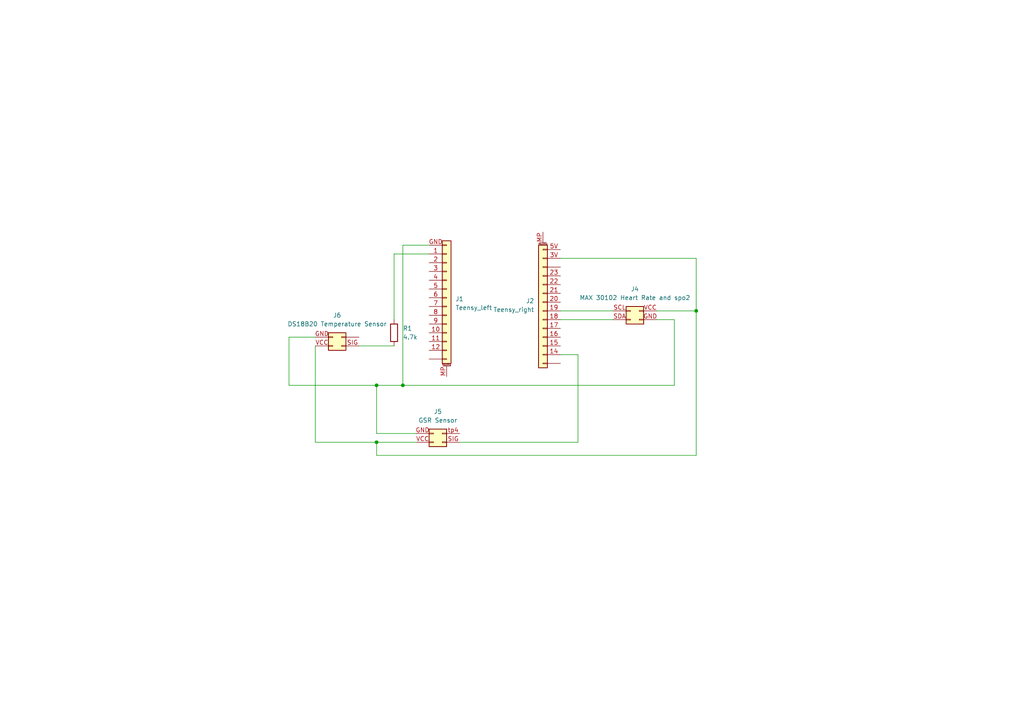
<source format=kicad_sch>
(kicad_sch
	(version 20231120)
	(generator "eeschema")
	(generator_version "8.0")
	(uuid "37db403f-cb43-4137-9a15-ef02ea5e14eb")
	(paper "A4")
	(lib_symbols
		(symbol "Conn_01x14_MountingPin_1"
			(pin_names
				(offset 1.016) hide)
			(exclude_from_sim no)
			(in_bom yes)
			(on_board yes)
			(property "Reference" "J1"
				(at 2.54 -0.3555 0)
				(effects
					(font
						(size 1.27 1.27)
					)
					(justify left)
				)
			)
			(property "Value" "Teensy_left"
				(at 2.54 -2.8955 0)
				(effects
					(font
						(size 1.27 1.27)
					)
					(justify left)
				)
			)
			(property "Footprint" ""
				(at 0 0 0)
				(effects
					(font
						(size 1.27 1.27)
					)
					(hide yes)
				)
			)
			(property "Datasheet" "~"
				(at 0 0 0)
				(effects
					(font
						(size 1.27 1.27)
					)
					(hide yes)
				)
			)
			(property "Description" "Generic connectable mounting pin connector, single row, 01x14, script generated (kicad-library-utils/schlib/autogen/connector/)"
				(at -1.778 21.59 0)
				(effects
					(font
						(size 1.27 1.27)
					)
					(hide yes)
				)
			)
			(property "ki_keywords" "connector"
				(at 0 0 0)
				(effects
					(font
						(size 1.27 1.27)
					)
					(hide yes)
				)
			)
			(property "ki_fp_filters" "Connector*:*_1x??-1MP*"
				(at 0 0 0)
				(effects
					(font
						(size 1.27 1.27)
					)
					(hide yes)
				)
			)
			(symbol "Conn_01x14_MountingPin_1_1_1"
				(rectangle
					(start -1.27 -17.653)
					(end 0 -17.907)
					(stroke
						(width 0.1524)
						(type default)
					)
					(fill
						(type none)
					)
				)
				(rectangle
					(start -1.27 -15.113)
					(end 0 -15.367)
					(stroke
						(width 0.1524)
						(type default)
					)
					(fill
						(type none)
					)
				)
				(rectangle
					(start -1.27 -12.573)
					(end 0 -12.827)
					(stroke
						(width 0.1524)
						(type default)
					)
					(fill
						(type none)
					)
				)
				(rectangle
					(start -1.27 -10.033)
					(end 0 -10.287)
					(stroke
						(width 0.1524)
						(type default)
					)
					(fill
						(type none)
					)
				)
				(rectangle
					(start -1.27 -7.493)
					(end 0 -7.747)
					(stroke
						(width 0.1524)
						(type default)
					)
					(fill
						(type none)
					)
				)
				(rectangle
					(start -1.27 -4.953)
					(end 0 -5.207)
					(stroke
						(width 0.1524)
						(type default)
					)
					(fill
						(type none)
					)
				)
				(rectangle
					(start -1.27 -2.413)
					(end 0 -2.667)
					(stroke
						(width 0.1524)
						(type default)
					)
					(fill
						(type none)
					)
				)
				(rectangle
					(start -1.27 0.127)
					(end 0 -0.127)
					(stroke
						(width 0.1524)
						(type default)
					)
					(fill
						(type none)
					)
				)
				(rectangle
					(start -1.27 2.667)
					(end 0 2.413)
					(stroke
						(width 0.1524)
						(type default)
					)
					(fill
						(type none)
					)
				)
				(rectangle
					(start -1.27 5.207)
					(end 0 4.953)
					(stroke
						(width 0.1524)
						(type default)
					)
					(fill
						(type none)
					)
				)
				(rectangle
					(start -1.27 7.747)
					(end 0 7.493)
					(stroke
						(width 0.1524)
						(type default)
					)
					(fill
						(type none)
					)
				)
				(rectangle
					(start -1.27 10.287)
					(end 0 10.033)
					(stroke
						(width 0.1524)
						(type default)
					)
					(fill
						(type none)
					)
				)
				(rectangle
					(start -1.27 12.827)
					(end 0 12.573)
					(stroke
						(width 0.1524)
						(type default)
					)
					(fill
						(type none)
					)
				)
				(rectangle
					(start -1.27 15.367)
					(end 0 15.113)
					(stroke
						(width 0.1524)
						(type default)
					)
					(fill
						(type none)
					)
				)
				(rectangle
					(start -1.27 16.51)
					(end 1.27 -19.05)
					(stroke
						(width 0.254)
						(type default)
					)
					(fill
						(type background)
					)
				)
				(polyline
					(pts
						(xy -1.016 -19.812) (xy 1.016 -19.812)
					)
					(stroke
						(width 0.1524)
						(type default)
					)
					(fill
						(type none)
					)
				)
				(text "Mounting"
					(at 0 -19.431 0)
					(effects
						(font
							(size 0.381 0.381)
						)
					)
				)
				(pin passive line
					(at -5.08 -17.78 0)
					(length 3.81)
					(name "Pin_14"
						(effects
							(font
								(size 1.27 1.27)
							)
						)
					)
					(number ""
						(effects
							(font
								(size 1.27 1.27)
							)
						)
					)
				)
				(pin passive line
					(at -5.08 12.7 0)
					(length 3.81)
					(name "Pin_2"
						(effects
							(font
								(size 1.27 1.27)
							)
						)
					)
					(number "1"
						(effects
							(font
								(size 1.27 1.27)
							)
						)
					)
				)
				(pin passive line
					(at -5.08 -10.16 0)
					(length 3.81)
					(name "Pin_11"
						(effects
							(font
								(size 1.27 1.27)
							)
						)
					)
					(number "10"
						(effects
							(font
								(size 1.27 1.27)
							)
						)
					)
				)
				(pin passive line
					(at -5.08 -12.7 0)
					(length 3.81)
					(name "Pin_12"
						(effects
							(font
								(size 1.27 1.27)
							)
						)
					)
					(number "11"
						(effects
							(font
								(size 1.27 1.27)
							)
						)
					)
				)
				(pin passive line
					(at -5.08 -15.24 0)
					(length 3.81)
					(name "Pin_13"
						(effects
							(font
								(size 1.27 1.27)
							)
						)
					)
					(number "12"
						(effects
							(font
								(size 1.27 1.27)
							)
						)
					)
				)
				(pin passive line
					(at -5.08 10.16 0)
					(length 3.81)
					(name "Pin_3"
						(effects
							(font
								(size 1.27 1.27)
							)
						)
					)
					(number "2"
						(effects
							(font
								(size 1.27 1.27)
							)
						)
					)
				)
				(pin passive line
					(at -5.08 7.62 0)
					(length 3.81)
					(name "Pin_4"
						(effects
							(font
								(size 1.27 1.27)
							)
						)
					)
					(number "3"
						(effects
							(font
								(size 1.27 1.27)
							)
						)
					)
				)
				(pin passive line
					(at -5.08 5.08 0)
					(length 3.81)
					(name "Pin_5"
						(effects
							(font
								(size 1.27 1.27)
							)
						)
					)
					(number "4"
						(effects
							(font
								(size 1.27 1.27)
							)
						)
					)
				)
				(pin passive line
					(at -5.08 2.54 0)
					(length 3.81)
					(name "Pin_6"
						(effects
							(font
								(size 1.27 1.27)
							)
						)
					)
					(number "5"
						(effects
							(font
								(size 1.27 1.27)
							)
						)
					)
				)
				(pin passive line
					(at -5.08 0 0)
					(length 3.81)
					(name "Pin_7"
						(effects
							(font
								(size 1.27 1.27)
							)
						)
					)
					(number "6"
						(effects
							(font
								(size 1.27 1.27)
							)
						)
					)
				)
				(pin passive line
					(at -5.08 -2.54 0)
					(length 3.81)
					(name "Pin_8"
						(effects
							(font
								(size 1.27 1.27)
							)
						)
					)
					(number "7"
						(effects
							(font
								(size 1.27 1.27)
							)
						)
					)
				)
				(pin passive line
					(at -5.08 -5.08 0)
					(length 3.81)
					(name "Pin_9"
						(effects
							(font
								(size 1.27 1.27)
							)
						)
					)
					(number "8"
						(effects
							(font
								(size 1.27 1.27)
							)
						)
					)
				)
				(pin passive line
					(at -5.08 -7.62 0)
					(length 3.81)
					(name "Pin_10"
						(effects
							(font
								(size 1.27 1.27)
							)
						)
					)
					(number "9"
						(effects
							(font
								(size 1.27 1.27)
							)
						)
					)
				)
				(pin passive line
					(at -5.08 15.24 0)
					(length 3.81)
					(name ""
						(effects
							(font
								(size 1.27 1.27)
							)
						)
					)
					(number "GND"
						(effects
							(font
								(size 1.27 1.27)
							)
						)
					)
				)
				(pin passive line
					(at 0 -22.86 90)
					(length 3.048)
					(name "MountPin"
						(effects
							(font
								(size 1.27 1.27)
							)
						)
					)
					(number "MP"
						(effects
							(font
								(size 1.27 1.27)
							)
						)
					)
				)
			)
		)
		(symbol "Conn_02x02_Top_Bottom_1"
			(pin_names
				(offset 1.016)
			)
			(exclude_from_sim no)
			(in_bom yes)
			(on_board yes)
			(property "Reference" "J4"
				(at 1.27 6.35 0)
				(effects
					(font
						(size 1.27 1.27)
					)
				)
			)
			(property "Value" "MAX 30102 Heart Rate and spo2"
				(at 1.27 3.81 0)
				(effects
					(font
						(size 1.27 1.27)
					)
				)
			)
			(property "Footprint" ""
				(at 0 0 0)
				(effects
					(font
						(size 1.27 1.27)
					)
					(hide yes)
				)
			)
			(property "Datasheet" "~"
				(at 0 0 0)
				(effects
					(font
						(size 1.27 1.27)
					)
					(hide yes)
				)
			)
			(property "Description" "Generic connector, double row, 02x02, top/bottom pin numbering scheme (row 1: 1...pins_per_row, row2: pins_per_row+1 ... num_pins), script generated (kicad-library-utils/schlib/autogen/connector/)"
				(at 1.016 -8.128 0)
				(effects
					(font
						(size 1.27 1.27)
					)
					(hide yes)
				)
			)
			(property "ki_keywords" "connector"
				(at 0 0 0)
				(effects
					(font
						(size 1.27 1.27)
					)
					(hide yes)
				)
			)
			(property "ki_fp_filters" "Connector*:*_2x??_*"
				(at 0 0 0)
				(effects
					(font
						(size 1.27 1.27)
					)
					(hide yes)
				)
			)
			(symbol "Conn_02x02_Top_Bottom_1_1_1"
				(rectangle
					(start -1.27 -2.413)
					(end 0 -2.667)
					(stroke
						(width 0.1524)
						(type default)
					)
					(fill
						(type none)
					)
				)
				(rectangle
					(start -1.27 0.127)
					(end 0 -0.127)
					(stroke
						(width 0.1524)
						(type default)
					)
					(fill
						(type none)
					)
				)
				(rectangle
					(start -1.27 1.27)
					(end 3.81 -3.81)
					(stroke
						(width 0.254)
						(type default)
					)
					(fill
						(type background)
					)
				)
				(rectangle
					(start 3.81 -2.413)
					(end 2.54 -2.667)
					(stroke
						(width 0.1524)
						(type default)
					)
					(fill
						(type none)
					)
				)
				(rectangle
					(start 3.81 0.127)
					(end 2.54 -0.127)
					(stroke
						(width 0.1524)
						(type default)
					)
					(fill
						(type none)
					)
				)
				(pin passive line
					(at 7.62 -2.54 180)
					(length 3.81)
					(name ""
						(effects
							(font
								(size 1.27 1.27)
							)
						)
					)
					(number "GND"
						(effects
							(font
								(size 1.27 1.27)
							)
						)
					)
				)
				(pin passive line
					(at -5.08 0 0)
					(length 3.81)
					(name ""
						(effects
							(font
								(size 1.27 1.27)
							)
						)
					)
					(number "SCL"
						(effects
							(font
								(size 1.27 1.27)
							)
						)
					)
				)
				(pin passive line
					(at -5.08 -2.54 0)
					(length 3.81)
					(name ""
						(effects
							(font
								(size 1.27 1.27)
							)
						)
					)
					(number "SDA"
						(effects
							(font
								(size 1.27 1.27)
							)
						)
					)
				)
				(pin passive line
					(at 7.62 0 180)
					(length 3.81)
					(name ""
						(effects
							(font
								(size 1.27 1.27)
							)
						)
					)
					(number "VCC"
						(effects
							(font
								(size 1.27 1.27)
							)
						)
					)
				)
			)
		)
		(symbol "Conn_02x02_Top_Bottom_2"
			(pin_names
				(offset 1.016) hide)
			(exclude_from_sim no)
			(in_bom yes)
			(on_board yes)
			(property "Reference" "J6"
				(at 1.27 6.35 0)
				(effects
					(font
						(size 1.27 1.27)
					)
				)
			)
			(property "Value" "GSR Sensor"
				(at 1.27 3.81 0)
				(effects
					(font
						(size 1.27 1.27)
					)
				)
			)
			(property "Footprint" ""
				(at 0 0 0)
				(effects
					(font
						(size 1.27 1.27)
					)
					(hide yes)
				)
			)
			(property "Datasheet" "~"
				(at 0 0 0)
				(effects
					(font
						(size 1.27 1.27)
					)
					(hide yes)
				)
			)
			(property "Description" "Generic connector, double row, 02x02, top/bottom pin numbering scheme (row 1: 1...pins_per_row, row2: pins_per_row+1 ... num_pins), script generated (kicad-library-utils/schlib/autogen/connector/)"
				(at 0 0 0)
				(effects
					(font
						(size 1.27 1.27)
					)
					(hide yes)
				)
			)
			(property "ki_keywords" "connector"
				(at 0 0 0)
				(effects
					(font
						(size 1.27 1.27)
					)
					(hide yes)
				)
			)
			(property "ki_fp_filters" "Connector*:*_2x??_*"
				(at 0 0 0)
				(effects
					(font
						(size 1.27 1.27)
					)
					(hide yes)
				)
			)
			(symbol "Conn_02x02_Top_Bottom_2_1_1"
				(rectangle
					(start -1.27 -2.413)
					(end 0 -2.667)
					(stroke
						(width 0.1524)
						(type default)
					)
					(fill
						(type none)
					)
				)
				(rectangle
					(start -1.27 0.127)
					(end 0 -0.127)
					(stroke
						(width 0.1524)
						(type default)
					)
					(fill
						(type none)
					)
				)
				(rectangle
					(start -1.27 1.27)
					(end 3.81 -3.81)
					(stroke
						(width 0.254)
						(type default)
					)
					(fill
						(type background)
					)
				)
				(rectangle
					(start 3.81 -2.413)
					(end 2.54 -2.667)
					(stroke
						(width 0.1524)
						(type default)
					)
					(fill
						(type none)
					)
				)
				(rectangle
					(start 3.81 0.127)
					(end 2.54 -0.127)
					(stroke
						(width 0.1524)
						(type default)
					)
					(fill
						(type none)
					)
				)
				(pin passive line
					(at 7.62 0 180)
					(length 3.81)
					(name ""
						(effects
							(font
								(size 1.27 1.27)
							)
						)
					)
					(number ""
						(effects
							(font
								(size 1.27 1.27)
							)
						)
					)
				)
				(pin passive line
					(at -5.08 0 0)
					(length 3.81)
					(name "Pin_1"
						(effects
							(font
								(size 1.27 1.27)
							)
						)
					)
					(number "GND"
						(effects
							(font
								(size 1.27 1.27)
							)
						)
					)
				)
				(pin passive line
					(at 7.62 -2.54 180)
					(length 3.81)
					(name ""
						(effects
							(font
								(size 1.27 1.27)
							)
						)
					)
					(number "SIG"
						(effects
							(font
								(size 1.27 1.27)
							)
						)
					)
				)
				(pin passive line
					(at -5.08 -2.54 0)
					(length 3.81)
					(name ""
						(effects
							(font
								(size 1.27 1.27)
							)
						)
					)
					(number "VCC"
						(effects
							(font
								(size 1.27 1.27)
							)
						)
					)
				)
			)
		)
		(symbol "Connector_Generic:Conn_02x02_Top_Bottom"
			(pin_names
				(offset 1.016) hide)
			(exclude_from_sim no)
			(in_bom yes)
			(on_board yes)
			(property "Reference" "J5"
				(at 1.27 6.35 0)
				(effects
					(font
						(size 1.27 1.27)
					)
				)
			)
			(property "Value" "GSR Sensor"
				(at 1.27 3.81 0)
				(effects
					(font
						(size 1.27 1.27)
					)
				)
			)
			(property "Footprint" ""
				(at 0 0 0)
				(effects
					(font
						(size 1.27 1.27)
					)
					(hide yes)
				)
			)
			(property "Datasheet" "~"
				(at 0 0 0)
				(effects
					(font
						(size 1.27 1.27)
					)
					(hide yes)
				)
			)
			(property "Description" "Generic connector, double row, 02x02, top/bottom pin numbering scheme (row 1: 1...pins_per_row, row2: pins_per_row+1 ... num_pins), script generated (kicad-library-utils/schlib/autogen/connector/)"
				(at 0 0 0)
				(effects
					(font
						(size 1.27 1.27)
					)
					(hide yes)
				)
			)
			(property "ki_keywords" "connector"
				(at 0 0 0)
				(effects
					(font
						(size 1.27 1.27)
					)
					(hide yes)
				)
			)
			(property "ki_fp_filters" "Connector*:*_2x??_*"
				(at 0 0 0)
				(effects
					(font
						(size 1.27 1.27)
					)
					(hide yes)
				)
			)
			(symbol "Conn_02x02_Top_Bottom_1_1"
				(rectangle
					(start -1.27 -2.413)
					(end 0 -2.667)
					(stroke
						(width 0.1524)
						(type default)
					)
					(fill
						(type none)
					)
				)
				(rectangle
					(start -1.27 0.127)
					(end 0 -0.127)
					(stroke
						(width 0.1524)
						(type default)
					)
					(fill
						(type none)
					)
				)
				(rectangle
					(start -1.27 1.27)
					(end 3.81 -3.81)
					(stroke
						(width 0.254)
						(type default)
					)
					(fill
						(type background)
					)
				)
				(rectangle
					(start 3.81 -2.413)
					(end 2.54 -2.667)
					(stroke
						(width 0.1524)
						(type default)
					)
					(fill
						(type none)
					)
				)
				(rectangle
					(start 3.81 0.127)
					(end 2.54 -0.127)
					(stroke
						(width 0.1524)
						(type default)
					)
					(fill
						(type none)
					)
				)
				(pin passive line
					(at -5.08 0 0)
					(length 3.81)
					(name "Pin_1"
						(effects
							(font
								(size 1.27 1.27)
							)
						)
					)
					(number "GND"
						(effects
							(font
								(size 1.27 1.27)
							)
						)
					)
				)
				(pin passive line
					(at 7.62 -2.54 180)
					(length 3.81)
					(name ""
						(effects
							(font
								(size 1.27 1.27)
							)
						)
					)
					(number "SIG"
						(effects
							(font
								(size 1.27 1.27)
							)
						)
					)
				)
				(pin passive line
					(at -5.08 -2.54 0)
					(length 3.81)
					(name ""
						(effects
							(font
								(size 1.27 1.27)
							)
						)
					)
					(number "VCC"
						(effects
							(font
								(size 1.27 1.27)
							)
						)
					)
				)
				(pin passive line
					(at 7.62 0 180)
					(length 3.81)
					(name ""
						(effects
							(font
								(size 1.27 1.27)
							)
						)
					)
					(number "tp4"
						(effects
							(font
								(size 1.27 1.27)
							)
						)
					)
				)
			)
		)
		(symbol "Connector_Generic_MountingPin:Conn_01x14_MountingPin"
			(pin_names
				(offset 1.016) hide)
			(exclude_from_sim no)
			(in_bom yes)
			(on_board yes)
			(property "Reference" "J2"
				(at 2.54 -2.8957 0)
				(effects
					(font
						(size 1.27 1.27)
					)
					(justify left)
				)
			)
			(property "Value" "Teensy_right"
				(at 2.54 -0.3557 0)
				(effects
					(font
						(size 1.27 1.27)
					)
					(justify left)
				)
			)
			(property "Footprint" ""
				(at 0 0 0)
				(effects
					(font
						(size 1.27 1.27)
					)
					(hide yes)
				)
			)
			(property "Datasheet" "~"
				(at 0 0 0)
				(effects
					(font
						(size 1.27 1.27)
					)
					(hide yes)
				)
			)
			(property "Description" "Generic connectable mounting pin connector, single row, 01x14, script generated (kicad-library-utils/schlib/autogen/connector/)"
				(at 0.508 19.05 0)
				(effects
					(font
						(size 1.27 1.27)
					)
					(hide yes)
				)
			)
			(property "ki_keywords" "connector"
				(at 0 0 0)
				(effects
					(font
						(size 1.27 1.27)
					)
					(hide yes)
				)
			)
			(property "ki_fp_filters" "Connector*:*_1x??-1MP*"
				(at 0 0 0)
				(effects
					(font
						(size 1.27 1.27)
					)
					(hide yes)
				)
			)
			(symbol "Conn_01x14_MountingPin_1_1"
				(rectangle
					(start -1.27 -17.653)
					(end 0 -17.907)
					(stroke
						(width 0.1524)
						(type default)
					)
					(fill
						(type none)
					)
				)
				(rectangle
					(start -1.27 -15.113)
					(end 0 -15.367)
					(stroke
						(width 0.1524)
						(type default)
					)
					(fill
						(type none)
					)
				)
				(rectangle
					(start -1.27 -12.573)
					(end 0 -12.827)
					(stroke
						(width 0.1524)
						(type default)
					)
					(fill
						(type none)
					)
				)
				(rectangle
					(start -1.27 -10.033)
					(end 0 -10.287)
					(stroke
						(width 0.1524)
						(type default)
					)
					(fill
						(type none)
					)
				)
				(rectangle
					(start -1.27 -7.493)
					(end 0 -7.747)
					(stroke
						(width 0.1524)
						(type default)
					)
					(fill
						(type none)
					)
				)
				(rectangle
					(start -1.27 -4.953)
					(end 0 -5.207)
					(stroke
						(width 0.1524)
						(type default)
					)
					(fill
						(type none)
					)
				)
				(rectangle
					(start -1.27 -2.413)
					(end 0 -2.667)
					(stroke
						(width 0.1524)
						(type default)
					)
					(fill
						(type none)
					)
				)
				(rectangle
					(start -1.27 0.127)
					(end 0 -0.127)
					(stroke
						(width 0.1524)
						(type default)
					)
					(fill
						(type none)
					)
				)
				(rectangle
					(start -1.27 2.667)
					(end 0 2.413)
					(stroke
						(width 0.1524)
						(type default)
					)
					(fill
						(type none)
					)
				)
				(rectangle
					(start -1.27 5.207)
					(end 0 4.953)
					(stroke
						(width 0.1524)
						(type default)
					)
					(fill
						(type none)
					)
				)
				(rectangle
					(start -1.27 7.747)
					(end 0 7.493)
					(stroke
						(width 0.1524)
						(type default)
					)
					(fill
						(type none)
					)
				)
				(rectangle
					(start -1.27 10.287)
					(end 0 10.033)
					(stroke
						(width 0.1524)
						(type default)
					)
					(fill
						(type none)
					)
				)
				(rectangle
					(start -1.27 12.827)
					(end 0 12.573)
					(stroke
						(width 0.1524)
						(type default)
					)
					(fill
						(type none)
					)
				)
				(rectangle
					(start -1.27 15.367)
					(end 0 15.113)
					(stroke
						(width 0.1524)
						(type default)
					)
					(fill
						(type none)
					)
				)
				(rectangle
					(start -1.27 16.51)
					(end 1.27 -19.05)
					(stroke
						(width 0.254)
						(type default)
					)
					(fill
						(type background)
					)
				)
				(polyline
					(pts
						(xy -1.016 -19.812) (xy 1.016 -19.812)
					)
					(stroke
						(width 0.1524)
						(type default)
					)
					(fill
						(type none)
					)
				)
				(text "Mounting"
					(at 0 -19.431 0)
					(effects
						(font
							(size 0.381 0.381)
						)
					)
				)
				(pin passive line
					(at -5.08 15.24 0)
					(length 3.81)
					(name "Pin_1"
						(effects
							(font
								(size 1.27 1.27)
							)
						)
					)
					(number ""
						(effects
							(font
								(size 1.27 1.27)
							)
						)
					)
				)
				(pin passive line
					(at -5.08 -12.7 0)
					(length 3.81)
					(name "Pin_12"
						(effects
							(font
								(size 1.27 1.27)
							)
						)
					)
					(number ""
						(effects
							(font
								(size 1.27 1.27)
							)
						)
					)
				)
				(pin passive line
					(at -5.08 12.7 0)
					(length 3.81)
					(name "Pin_2"
						(effects
							(font
								(size 1.27 1.27)
							)
						)
					)
					(number "14"
						(effects
							(font
								(size 1.27 1.27)
							)
						)
					)
				)
				(pin passive line
					(at -5.08 10.16 0)
					(length 3.81)
					(name "Pin_3"
						(effects
							(font
								(size 1.27 1.27)
							)
						)
					)
					(number "15"
						(effects
							(font
								(size 1.27 1.27)
							)
						)
					)
				)
				(pin passive line
					(at -5.08 7.62 0)
					(length 3.81)
					(name "Pin_4"
						(effects
							(font
								(size 1.27 1.27)
							)
						)
					)
					(number "16"
						(effects
							(font
								(size 1.27 1.27)
							)
						)
					)
				)
				(pin passive line
					(at -5.08 5.08 0)
					(length 3.81)
					(name "Pin_5"
						(effects
							(font
								(size 1.27 1.27)
							)
						)
					)
					(number "17"
						(effects
							(font
								(size 1.27 1.27)
							)
						)
					)
				)
				(pin passive line
					(at -5.08 2.54 0)
					(length 3.81)
					(name "Pin_6"
						(effects
							(font
								(size 1.27 1.27)
							)
						)
					)
					(number "18"
						(effects
							(font
								(size 1.27 1.27)
							)
						)
					)
				)
				(pin passive line
					(at -5.08 0 0)
					(length 3.81)
					(name "Pin_7"
						(effects
							(font
								(size 1.27 1.27)
							)
						)
					)
					(number "19"
						(effects
							(font
								(size 1.27 1.27)
							)
						)
					)
				)
				(pin passive line
					(at -5.08 -2.54 0)
					(length 3.81)
					(name "Pin_8"
						(effects
							(font
								(size 1.27 1.27)
							)
						)
					)
					(number "20"
						(effects
							(font
								(size 1.27 1.27)
							)
						)
					)
				)
				(pin passive line
					(at -5.08 -5.08 0)
					(length 3.81)
					(name "Pin_9"
						(effects
							(font
								(size 1.27 1.27)
							)
						)
					)
					(number "21"
						(effects
							(font
								(size 1.27 1.27)
							)
						)
					)
				)
				(pin passive line
					(at -5.08 -7.62 0)
					(length 3.81)
					(name "Pin_10"
						(effects
							(font
								(size 1.27 1.27)
							)
						)
					)
					(number "22"
						(effects
							(font
								(size 1.27 1.27)
							)
						)
					)
				)
				(pin passive line
					(at -5.08 -10.16 0)
					(length 3.81)
					(name "Pin_11"
						(effects
							(font
								(size 1.27 1.27)
							)
						)
					)
					(number "23"
						(effects
							(font
								(size 1.27 1.27)
							)
						)
					)
				)
				(pin passive line
					(at -5.08 -15.24 0)
					(length 3.81)
					(name "Pin_13"
						(effects
							(font
								(size 1.27 1.27)
							)
						)
					)
					(number "3V"
						(effects
							(font
								(size 1.27 1.27)
							)
						)
					)
				)
				(pin passive line
					(at -5.08 -17.78 0)
					(length 3.81)
					(name "Pin_14"
						(effects
							(font
								(size 1.27 1.27)
							)
						)
					)
					(number "5V"
						(effects
							(font
								(size 1.27 1.27)
							)
						)
					)
				)
				(pin passive line
					(at 0 -22.86 90)
					(length 3.048)
					(name "MountPin"
						(effects
							(font
								(size 1.27 1.27)
							)
						)
					)
					(number "MP"
						(effects
							(font
								(size 1.27 1.27)
							)
						)
					)
				)
			)
		)
		(symbol "Device:R"
			(pin_numbers hide)
			(pin_names
				(offset 0)
			)
			(exclude_from_sim no)
			(in_bom yes)
			(on_board yes)
			(property "Reference" "R"
				(at 2.032 0 90)
				(effects
					(font
						(size 1.27 1.27)
					)
				)
			)
			(property "Value" "R"
				(at 0 0 90)
				(effects
					(font
						(size 1.27 1.27)
					)
				)
			)
			(property "Footprint" ""
				(at -1.778 0 90)
				(effects
					(font
						(size 1.27 1.27)
					)
					(hide yes)
				)
			)
			(property "Datasheet" "~"
				(at 0 0 0)
				(effects
					(font
						(size 1.27 1.27)
					)
					(hide yes)
				)
			)
			(property "Description" "Resistor"
				(at 0 0 0)
				(effects
					(font
						(size 1.27 1.27)
					)
					(hide yes)
				)
			)
			(property "ki_keywords" "R res resistor"
				(at 0 0 0)
				(effects
					(font
						(size 1.27 1.27)
					)
					(hide yes)
				)
			)
			(property "ki_fp_filters" "R_*"
				(at 0 0 0)
				(effects
					(font
						(size 1.27 1.27)
					)
					(hide yes)
				)
			)
			(symbol "R_0_1"
				(rectangle
					(start -1.016 -2.54)
					(end 1.016 2.54)
					(stroke
						(width 0.254)
						(type default)
					)
					(fill
						(type none)
					)
				)
			)
			(symbol "R_1_1"
				(pin passive line
					(at 0 3.81 270)
					(length 1.27)
					(name "~"
						(effects
							(font
								(size 1.27 1.27)
							)
						)
					)
					(number "1"
						(effects
							(font
								(size 1.27 1.27)
							)
						)
					)
				)
				(pin passive line
					(at 0 -3.81 90)
					(length 1.27)
					(name "~"
						(effects
							(font
								(size 1.27 1.27)
							)
						)
					)
					(number "2"
						(effects
							(font
								(size 1.27 1.27)
							)
						)
					)
				)
			)
		)
	)
	(junction
		(at 116.84 111.76)
		(diameter 0)
		(color 0 0 0 0)
		(uuid "453d7e39-359a-42c1-b0b8-84e9de4e4e02")
	)
	(junction
		(at 109.22 128.27)
		(diameter 0)
		(color 0 0 0 0)
		(uuid "8d623913-17eb-401a-94f8-ecf2689b30a7")
	)
	(junction
		(at 201.93 90.17)
		(diameter 0)
		(color 0 0 0 0)
		(uuid "f95b0dd0-d193-4e55-b3bf-638c8fe397ed")
	)
	(junction
		(at 109.22 111.76)
		(diameter 0)
		(color 0 0 0 0)
		(uuid "fea9b90b-1ec1-4a89-bfd9-d8f271e9f452")
	)
	(wire
		(pts
			(xy 195.58 111.76) (xy 116.84 111.76)
		)
		(stroke
			(width 0)
			(type default)
		)
		(uuid "0665dd7c-58bf-4bdd-b804-345e625373b2")
	)
	(wire
		(pts
			(xy 114.3 92.71) (xy 114.3 73.66)
		)
		(stroke
			(width 0)
			(type default)
		)
		(uuid "07dbae70-35ce-4ccb-b2fc-c6b318f23e76")
	)
	(wire
		(pts
			(xy 162.56 90.17) (xy 177.8 90.17)
		)
		(stroke
			(width 0)
			(type default)
		)
		(uuid "0f833bd2-8da4-48b6-9215-a18308c0ec6b")
	)
	(wire
		(pts
			(xy 162.56 92.71) (xy 177.8 92.71)
		)
		(stroke
			(width 0)
			(type default)
		)
		(uuid "35674b40-07b1-497d-96fe-8b646283d455")
	)
	(wire
		(pts
			(xy 91.44 100.33) (xy 91.44 128.27)
		)
		(stroke
			(width 0)
			(type default)
		)
		(uuid "446764a9-6aea-4d6a-ac2b-e8cf243b4b2c")
	)
	(wire
		(pts
			(xy 190.5 90.17) (xy 201.93 90.17)
		)
		(stroke
			(width 0)
			(type default)
		)
		(uuid "4617b319-5402-42f1-a069-b09c15d4f0d2")
	)
	(wire
		(pts
			(xy 109.22 128.27) (xy 120.65 128.27)
		)
		(stroke
			(width 0)
			(type default)
		)
		(uuid "5918c79c-c040-41c8-8232-19d1da1b83ff")
	)
	(wire
		(pts
			(xy 109.22 125.73) (xy 109.22 111.76)
		)
		(stroke
			(width 0)
			(type default)
		)
		(uuid "5dacd433-222a-4cc0-bbc8-1757b2a3ff03")
	)
	(wire
		(pts
			(xy 133.35 128.27) (xy 167.64 128.27)
		)
		(stroke
			(width 0)
			(type default)
		)
		(uuid "7189d7ce-fb4a-440f-a73e-f4a063a371d0")
	)
	(wire
		(pts
			(xy 104.14 100.33) (xy 114.3 100.33)
		)
		(stroke
			(width 0)
			(type default)
		)
		(uuid "7994524a-ef74-44b3-9a05-b90d41e66769")
	)
	(wire
		(pts
			(xy 109.22 111.76) (xy 116.84 111.76)
		)
		(stroke
			(width 0)
			(type default)
		)
		(uuid "7dd641a7-1539-4a5b-a884-b721e94ac48b")
	)
	(wire
		(pts
			(xy 91.44 128.27) (xy 109.22 128.27)
		)
		(stroke
			(width 0)
			(type default)
		)
		(uuid "81370478-475b-41b4-a186-322f3a61f330")
	)
	(wire
		(pts
			(xy 116.84 71.12) (xy 124.46 71.12)
		)
		(stroke
			(width 0)
			(type default)
		)
		(uuid "81b4949a-92f7-4b26-ad97-32970af28cf7")
	)
	(wire
		(pts
			(xy 116.84 111.76) (xy 116.84 71.12)
		)
		(stroke
			(width 0)
			(type default)
		)
		(uuid "9fb0ec59-5a9b-4cff-af15-026250969a78")
	)
	(wire
		(pts
			(xy 167.64 128.27) (xy 167.64 102.87)
		)
		(stroke
			(width 0)
			(type default)
		)
		(uuid "a75f62c9-1862-4cd9-87ec-81c0edabe217")
	)
	(wire
		(pts
			(xy 201.93 74.93) (xy 162.56 74.93)
		)
		(stroke
			(width 0)
			(type default)
		)
		(uuid "b20da3d8-418b-4926-9443-8ef224bd143e")
	)
	(wire
		(pts
			(xy 83.82 111.76) (xy 109.22 111.76)
		)
		(stroke
			(width 0)
			(type default)
		)
		(uuid "b435cfbd-fd63-42cd-95e9-593d11b94bce")
	)
	(wire
		(pts
			(xy 201.93 132.08) (xy 109.22 132.08)
		)
		(stroke
			(width 0)
			(type default)
		)
		(uuid "c03d28f3-3e15-41c2-8beb-26737742ef2f")
	)
	(wire
		(pts
			(xy 109.22 132.08) (xy 109.22 128.27)
		)
		(stroke
			(width 0)
			(type default)
		)
		(uuid "c5549f33-0494-443c-9e33-82e96cac494e")
	)
	(wire
		(pts
			(xy 201.93 90.17) (xy 201.93 74.93)
		)
		(stroke
			(width 0)
			(type default)
		)
		(uuid "ca193050-40a6-461b-8256-2a6ca8eabea6")
	)
	(wire
		(pts
			(xy 120.65 125.73) (xy 109.22 125.73)
		)
		(stroke
			(width 0)
			(type default)
		)
		(uuid "d3f4af66-fcdf-4b4e-a535-173612224517")
	)
	(wire
		(pts
			(xy 83.82 97.79) (xy 83.82 111.76)
		)
		(stroke
			(width 0)
			(type default)
		)
		(uuid "d7754306-bfd3-49e5-82da-17fb9bf9a40a")
	)
	(wire
		(pts
			(xy 201.93 90.17) (xy 201.93 132.08)
		)
		(stroke
			(width 0)
			(type default)
		)
		(uuid "db3c0f4d-8436-443c-ba76-7cdb6069364b")
	)
	(wire
		(pts
			(xy 167.64 102.87) (xy 162.56 102.87)
		)
		(stroke
			(width 0)
			(type default)
		)
		(uuid "e08aa96a-53a2-4a24-87d5-2ea03ffee5fe")
	)
	(wire
		(pts
			(xy 195.58 92.71) (xy 195.58 111.76)
		)
		(stroke
			(width 0)
			(type default)
		)
		(uuid "e42ba276-1474-4d29-ad79-4191bcc61f70")
	)
	(wire
		(pts
			(xy 114.3 73.66) (xy 124.46 73.66)
		)
		(stroke
			(width 0)
			(type default)
		)
		(uuid "eae2568d-73f6-4318-8777-da5bb4b92dde")
	)
	(wire
		(pts
			(xy 91.44 97.79) (xy 83.82 97.79)
		)
		(stroke
			(width 0)
			(type default)
		)
		(uuid "f10c9395-ad94-4e06-911e-882876138993")
	)
	(wire
		(pts
			(xy 190.5 92.71) (xy 195.58 92.71)
		)
		(stroke
			(width 0)
			(type default)
		)
		(uuid "f8f8d9bd-0b17-4de6-aa61-11034a677a65")
	)
	(symbol
		(lib_id "Device:R")
		(at 114.3 96.52 0)
		(unit 1)
		(exclude_from_sim no)
		(in_bom yes)
		(on_board yes)
		(dnp no)
		(fields_autoplaced yes)
		(uuid "01e5019a-9f8f-4675-867a-ec0c0be68842")
		(property "Reference" "R1"
			(at 116.84 95.2499 0)
			(effects
				(font
					(size 1.27 1.27)
				)
				(justify left)
			)
		)
		(property "Value" "4.7k"
			(at 116.84 97.7899 0)
			(effects
				(font
					(size 1.27 1.27)
				)
				(justify left)
			)
		)
		(property "Footprint" ""
			(at 112.522 96.52 90)
			(effects
				(font
					(size 1.27 1.27)
				)
				(hide yes)
			)
		)
		(property "Datasheet" "~"
			(at 114.3 96.52 0)
			(effects
				(font
					(size 1.27 1.27)
				)
				(hide yes)
			)
		)
		(property "Description" "Resistor"
			(at 114.3 96.52 0)
			(effects
				(font
					(size 1.27 1.27)
				)
				(hide yes)
			)
		)
		(pin "1"
			(uuid "a66ef0a9-f7d6-4e33-8dfb-42ea65782595")
		)
		(pin "2"
			(uuid "2132a686-fa54-4802-8fa1-a75a0e8b73cf")
		)
		(instances
			(project ""
				(path "/37db403f-cb43-4137-9a15-ef02ea5e14eb"
					(reference "R1")
					(unit 1)
				)
			)
		)
	)
	(symbol
		(lib_name "Conn_01x14_MountingPin_1")
		(lib_id "Connector_Generic_MountingPin:Conn_01x14_MountingPin")
		(at 129.54 86.36 0)
		(unit 1)
		(exclude_from_sim no)
		(in_bom yes)
		(on_board yes)
		(dnp no)
		(fields_autoplaced yes)
		(uuid "30ea00d0-6340-455b-b8b3-e0d86b7e9659")
		(property "Reference" "J1"
			(at 132.08 86.7155 0)
			(effects
				(font
					(size 1.27 1.27)
				)
				(justify left)
			)
		)
		(property "Value" "Teensy_left"
			(at 132.08 89.2555 0)
			(effects
				(font
					(size 1.27 1.27)
				)
				(justify left)
			)
		)
		(property "Footprint" ""
			(at 129.54 86.36 0)
			(effects
				(font
					(size 1.27 1.27)
				)
				(hide yes)
			)
		)
		(property "Datasheet" "~"
			(at 129.54 86.36 0)
			(effects
				(font
					(size 1.27 1.27)
				)
				(hide yes)
			)
		)
		(property "Description" "Generic connectable mounting pin connector, single row, 01x14, script generated (kicad-library-utils/schlib/autogen/connector/)"
			(at 127.762 64.77 0)
			(effects
				(font
					(size 1.27 1.27)
				)
				(hide yes)
			)
		)
		(pin "2"
			(uuid "3811c1cb-630a-40ad-bead-a836c5c33d10")
		)
		(pin "5"
			(uuid "46a63b7d-4974-48db-9ddf-0459b21b3357")
		)
		(pin "10"
			(uuid "da176af5-322e-4bed-ad71-52d74e4194fb")
		)
		(pin "11"
			(uuid "b516efd4-4670-4642-8853-82164f438174")
		)
		(pin "7"
			(uuid "b892d607-bedb-473a-99b9-179ba468c9c1")
		)
		(pin "GND"
			(uuid "c6ac8e8d-d0c5-49d1-bb30-974c445cdbd3")
		)
		(pin "8"
			(uuid "c98c4573-9dce-493d-acce-d2ff4ea64a76")
		)
		(pin "6"
			(uuid "66cb47e5-6548-4e3e-8bc0-f7dc4c26e46f")
		)
		(pin "12"
			(uuid "9b211735-1e7a-4481-95d9-8f1ef9f5d5dd")
		)
		(pin "MP"
			(uuid "09697190-8644-4ed6-9a62-1dffdb3eaf06")
		)
		(pin "1"
			(uuid "0bcda645-e4ca-4ac3-baa0-a2e3f13ca86a")
		)
		(pin ""
			(uuid "5ea7da11-855f-43d9-8e81-2c4096f28fe0")
		)
		(pin "3"
			(uuid "2216b161-5141-44f1-8781-b2115c04f468")
		)
		(pin "4"
			(uuid "d19fc761-031c-46a6-be09-32a559d722ab")
		)
		(pin "9"
			(uuid "66fe08d8-5fc4-4357-b9dd-6acb203c70b3")
		)
		(instances
			(project ""
				(path "/37db403f-cb43-4137-9a15-ef02ea5e14eb"
					(reference "J1")
					(unit 1)
				)
			)
		)
	)
	(symbol
		(lib_name "Conn_02x02_Top_Bottom_1")
		(lib_id "Connector_Generic:Conn_02x02_Top_Bottom")
		(at 182.88 90.17 0)
		(unit 1)
		(exclude_from_sim no)
		(in_bom yes)
		(on_board yes)
		(dnp no)
		(fields_autoplaced yes)
		(uuid "408c9b74-84a3-4960-a011-a4f9678ca8e3")
		(property "Reference" "J4"
			(at 184.15 83.82 0)
			(effects
				(font
					(size 1.27 1.27)
				)
			)
		)
		(property "Value" "MAX 30102 Heart Rate and spo2"
			(at 184.15 86.36 0)
			(effects
				(font
					(size 1.27 1.27)
				)
			)
		)
		(property "Footprint" ""
			(at 182.88 90.17 0)
			(effects
				(font
					(size 1.27 1.27)
				)
				(hide yes)
			)
		)
		(property "Datasheet" "~"
			(at 182.88 90.17 0)
			(effects
				(font
					(size 1.27 1.27)
				)
				(hide yes)
			)
		)
		(property "Description" "Generic connector, double row, 02x02, top/bottom pin numbering scheme (row 1: 1...pins_per_row, row2: pins_per_row+1 ... num_pins), script generated (kicad-library-utils/schlib/autogen/connector/)"
			(at 183.896 98.298 0)
			(effects
				(font
					(size 1.27 1.27)
				)
				(hide yes)
			)
		)
		(pin "GND"
			(uuid "a0eb8f7c-7eb6-46f9-8724-81e8f4f2c126")
		)
		(pin "SDA"
			(uuid "714e018e-68d5-4f12-9bed-31534fd308d8")
		)
		(pin "VCC"
			(uuid "1cc7aef6-a527-4a3e-bc52-35b0154fb660")
		)
		(pin "SCL"
			(uuid "39325ad3-e273-490c-8a37-4da71964a7ca")
		)
		(instances
			(project ""
				(path "/37db403f-cb43-4137-9a15-ef02ea5e14eb"
					(reference "J4")
					(unit 1)
				)
			)
		)
	)
	(symbol
		(lib_id "Connector_Generic:Conn_02x02_Top_Bottom")
		(at 125.73 125.73 0)
		(unit 1)
		(exclude_from_sim no)
		(in_bom yes)
		(on_board yes)
		(dnp no)
		(fields_autoplaced yes)
		(uuid "421c3705-b437-423d-9d95-2e7c0caba112")
		(property "Reference" "J5"
			(at 127 119.38 0)
			(effects
				(font
					(size 1.27 1.27)
				)
			)
		)
		(property "Value" "GSR Sensor"
			(at 127 121.92 0)
			(effects
				(font
					(size 1.27 1.27)
				)
			)
		)
		(property "Footprint" ""
			(at 125.73 125.73 0)
			(effects
				(font
					(size 1.27 1.27)
				)
				(hide yes)
			)
		)
		(property "Datasheet" "~"
			(at 125.73 125.73 0)
			(effects
				(font
					(size 1.27 1.27)
				)
				(hide yes)
			)
		)
		(property "Description" "Generic connector, double row, 02x02, top/bottom pin numbering scheme (row 1: 1...pins_per_row, row2: pins_per_row+1 ... num_pins), script generated (kicad-library-utils/schlib/autogen/connector/)"
			(at 125.73 125.73 0)
			(effects
				(font
					(size 1.27 1.27)
				)
				(hide yes)
			)
		)
		(pin "tp4"
			(uuid "8d01a81e-69d6-4045-b626-4d16afb15e5e")
		)
		(pin "VCC"
			(uuid "67b57dfd-a989-42b2-860a-82197c5e7c57")
		)
		(pin "SIG"
			(uuid "8abd9b25-3a8e-4a3a-82cb-41e3c05783b7")
		)
		(pin "GND"
			(uuid "b948d075-c8b6-4463-b0bd-a67a5bdc9778")
		)
		(instances
			(project "ipd"
				(path "/37db403f-cb43-4137-9a15-ef02ea5e14eb"
					(reference "J5")
					(unit 1)
				)
			)
		)
	)
	(symbol
		(lib_name "Conn_02x02_Top_Bottom_2")
		(lib_id "Connector_Generic:Conn_02x02_Top_Bottom")
		(at 96.52 97.79 0)
		(unit 1)
		(exclude_from_sim no)
		(in_bom yes)
		(on_board yes)
		(dnp no)
		(fields_autoplaced yes)
		(uuid "940d5ff6-efd6-464f-b9f1-ba9f129f4d0a")
		(property "Reference" "J6"
			(at 97.79 91.44 0)
			(effects
				(font
					(size 1.27 1.27)
				)
			)
		)
		(property "Value" "DS18B20 Temperature Sensor"
			(at 97.79 93.98 0)
			(effects
				(font
					(size 1.27 1.27)
				)
			)
		)
		(property "Footprint" ""
			(at 96.52 97.79 0)
			(effects
				(font
					(size 1.27 1.27)
				)
				(hide yes)
			)
		)
		(property "Datasheet" "~"
			(at 96.52 97.79 0)
			(effects
				(font
					(size 1.27 1.27)
				)
				(hide yes)
			)
		)
		(property "Description" "Generic connector, double row, 02x02, top/bottom pin numbering scheme (row 1: 1...pins_per_row, row2: pins_per_row+1 ... num_pins), script generated (kicad-library-utils/schlib/autogen/connector/)"
			(at 96.52 97.79 0)
			(effects
				(font
					(size 1.27 1.27)
				)
				(hide yes)
			)
		)
		(pin ""
			(uuid "5260240f-c00f-47f6-928e-8d6e6c436b30")
		)
		(pin "VCC"
			(uuid "ca36cf0b-a6dd-4e4c-9054-5f0bba1925db")
		)
		(pin "SIG"
			(uuid "ceb632c4-3c83-4fc0-a924-6410368084fa")
		)
		(pin "GND"
			(uuid "a7294849-00ce-488f-b379-bef7b23f1803")
		)
		(instances
			(project "ipd"
				(path "/37db403f-cb43-4137-9a15-ef02ea5e14eb"
					(reference "J6")
					(unit 1)
				)
			)
		)
	)
	(symbol
		(lib_id "Connector_Generic_MountingPin:Conn_01x14_MountingPin")
		(at 157.48 90.17 180)
		(unit 1)
		(exclude_from_sim no)
		(in_bom yes)
		(on_board yes)
		(dnp no)
		(fields_autoplaced yes)
		(uuid "c061f6b6-9d2c-4ffd-b615-103b469a838b")
		(property "Reference" "J2"
			(at 154.94 87.2743 0)
			(effects
				(font
					(size 1.27 1.27)
				)
				(justify left)
			)
		)
		(property "Value" "Teensy_right"
			(at 154.94 89.8143 0)
			(effects
				(font
					(size 1.27 1.27)
				)
				(justify left)
			)
		)
		(property "Footprint" ""
			(at 157.48 90.17 0)
			(effects
				(font
					(size 1.27 1.27)
				)
				(hide yes)
			)
		)
		(property "Datasheet" "~"
			(at 157.48 90.17 0)
			(effects
				(font
					(size 1.27 1.27)
				)
				(hide yes)
			)
		)
		(property "Description" "Generic connectable mounting pin connector, single row, 01x14, script generated (kicad-library-utils/schlib/autogen/connector/)"
			(at 156.972 109.22 0)
			(effects
				(font
					(size 1.27 1.27)
				)
				(hide yes)
			)
		)
		(pin "16"
			(uuid "dc7c74a2-0d3a-4185-a67b-11cad510a77a")
		)
		(pin "3V"
			(uuid "f2c9cdaa-83e6-4e51-9c48-301167eac7a3")
		)
		(pin "5V"
			(uuid "256f3274-cd7b-4475-8cc2-9075c19629aa")
		)
		(pin "20"
			(uuid "c5fb5127-dc1e-4b53-9f1c-03bee02417b0")
		)
		(pin "15"
			(uuid "12cb74dc-dd74-44ce-a0c0-8b4337ce3912")
		)
		(pin "19"
			(uuid "26e04ecc-e150-4fd9-8326-8467e699bb71")
		)
		(pin "17"
			(uuid "78359b44-6d67-49ea-b4ee-9f27d1527025")
		)
		(pin ""
			(uuid "9037eedc-3a5d-445f-9b76-6fb44b232b7f")
		)
		(pin "21"
			(uuid "d7e2bc05-781e-48f9-ba60-69c0cad9206b")
		)
		(pin "MP"
			(uuid "4eab2918-850b-4fd9-bf8f-76a404191ea1")
		)
		(pin "18"
			(uuid "012e2154-bdef-483a-8a51-aab106ee2dde")
		)
		(pin "14"
			(uuid "bedc8b1b-047f-49f4-b096-eed109f1e16b")
		)
		(pin "23"
			(uuid "ce716b83-116a-49fc-bb83-d2a46f41aacf")
		)
		(pin "22"
			(uuid "91fd5df5-a81e-4828-ab7f-a30cbf1d80cb")
		)
		(pin ""
			(uuid "04452d63-5281-4147-ab31-814490b3f5e3")
		)
		(instances
			(project "ipd"
				(path "/37db403f-cb43-4137-9a15-ef02ea5e14eb"
					(reference "J2")
					(unit 1)
				)
			)
		)
	)
	(sheet_instances
		(path "/"
			(page "1")
		)
	)
)

</source>
